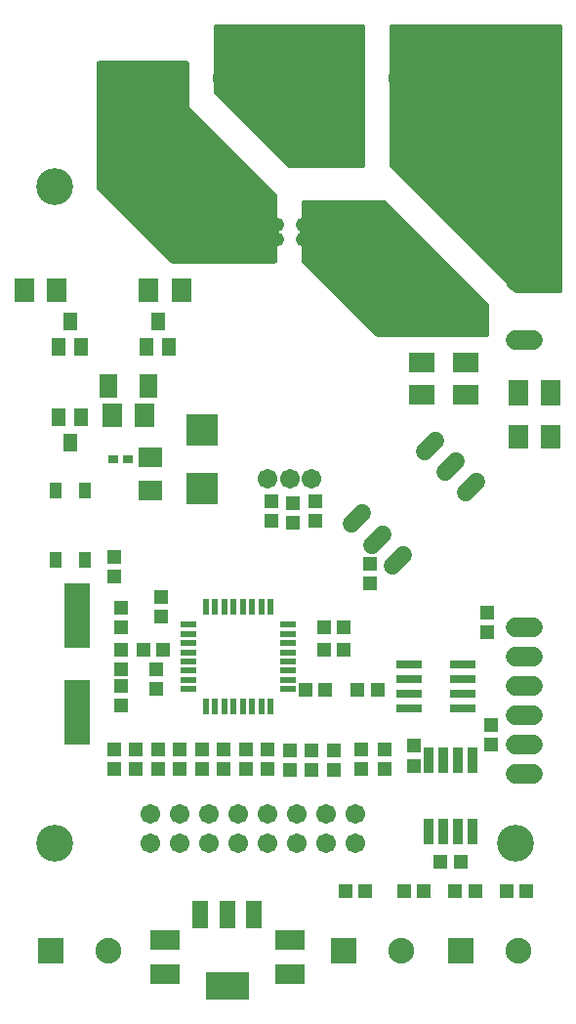
<source format=gbr>
G04 EAGLE Gerber X2 export*
%TF.Part,Single*%
%TF.FileFunction,Soldermask,Top,1*%
%TF.FilePolarity,Negative*%
%TF.GenerationSoftware,Autodesk,EAGLE,9.1.0*%
%TF.CreationDate,2018-08-14T15:45:10Z*%
G75*
%MOMM*%
%FSLAX34Y34*%
%LPD*%
%AMOC8*
5,1,8,0,0,1.08239X$1,22.5*%
G01*
%ADD10C,3.203200*%
%ADD11C,1.211200*%
%ADD12C,4.203200*%
%ADD13C,1.703200*%
%ADD14R,1.303200X1.203200*%
%ADD15R,1.203200X1.303200*%
%ADD16R,2.235200X2.235200*%
%ADD17C,2.235200*%
%ADD18R,1.203200X1.603200*%
%ADD19R,1.803200X2.006200*%
%ADD20R,2.006200X1.803200*%
%ADD21R,1.603200X2.003200*%
%ADD22R,0.903200X0.703200*%
%ADD23R,2.703200X2.753200*%
%ADD24R,1.003200X1.403200*%
%ADD25C,1.727200*%
%ADD26C,1.524000*%
%ADD27R,1.803200X2.003200*%
%ADD28R,2.203200X1.803200*%
%ADD29R,1.803200X2.203200*%
%ADD30R,1.403200X0.603200*%
%ADD31R,0.603200X1.403200*%
%ADD32R,1.422400X2.438400*%
%ADD33R,3.803200X2.403200*%
%ADD34R,2.603200X1.803200*%
%ADD35R,2.203200X5.703200*%
%ADD36R,2.184400X0.762000*%
%ADD37R,0.863600X2.235200*%
%ADD38C,1.711200*%

G36*
X488968Y626621D02*
X488968Y626621D01*
X488986Y626619D01*
X489168Y626640D01*
X489351Y626659D01*
X489368Y626664D01*
X489385Y626666D01*
X489560Y626723D01*
X489736Y626777D01*
X489751Y626785D01*
X489768Y626791D01*
X489928Y626881D01*
X490090Y626969D01*
X490103Y626980D01*
X490119Y626989D01*
X490258Y627109D01*
X490399Y627226D01*
X490410Y627240D01*
X490424Y627252D01*
X490536Y627397D01*
X490651Y627540D01*
X490659Y627556D01*
X490670Y627570D01*
X490752Y627735D01*
X490837Y627897D01*
X490842Y627914D01*
X490850Y627931D01*
X490897Y628109D01*
X490948Y628284D01*
X490950Y628302D01*
X490954Y628319D01*
X490981Y628650D01*
X490981Y857250D01*
X490979Y857268D01*
X490981Y857286D01*
X490960Y857468D01*
X490941Y857651D01*
X490936Y857668D01*
X490934Y857685D01*
X490877Y857860D01*
X490823Y858036D01*
X490815Y858051D01*
X490809Y858068D01*
X490719Y858228D01*
X490631Y858390D01*
X490620Y858403D01*
X490611Y858419D01*
X490491Y858558D01*
X490374Y858699D01*
X490360Y858710D01*
X490348Y858724D01*
X490203Y858836D01*
X490060Y858951D01*
X490044Y858959D01*
X490030Y858970D01*
X489865Y859052D01*
X489703Y859137D01*
X489686Y859142D01*
X489670Y859150D01*
X489491Y859197D01*
X489316Y859248D01*
X489298Y859250D01*
X489281Y859254D01*
X488950Y859281D01*
X342900Y859281D01*
X342882Y859279D01*
X342864Y859281D01*
X342682Y859260D01*
X342499Y859241D01*
X342482Y859236D01*
X342465Y859234D01*
X342290Y859177D01*
X342114Y859123D01*
X342099Y859115D01*
X342082Y859109D01*
X341922Y859019D01*
X341760Y858931D01*
X341747Y858920D01*
X341731Y858911D01*
X341592Y858791D01*
X341451Y858674D01*
X341440Y858660D01*
X341427Y858648D01*
X341314Y858503D01*
X341199Y858360D01*
X341191Y858344D01*
X341180Y858330D01*
X341098Y858165D01*
X341013Y858003D01*
X341008Y857986D01*
X341000Y857970D01*
X340953Y857791D01*
X340902Y857616D01*
X340900Y857598D01*
X340896Y857581D01*
X340869Y857250D01*
X340869Y736600D01*
X340871Y736573D01*
X340869Y736547D01*
X340891Y736373D01*
X340909Y736199D01*
X340917Y736174D01*
X340920Y736147D01*
X340976Y735982D01*
X341027Y735814D01*
X341040Y735791D01*
X341048Y735766D01*
X341135Y735614D01*
X341219Y735460D01*
X341236Y735440D01*
X341249Y735417D01*
X341464Y735164D01*
X449414Y627214D01*
X449434Y627197D01*
X449452Y627177D01*
X449590Y627069D01*
X449725Y626959D01*
X449749Y626946D01*
X449770Y626930D01*
X449927Y626852D01*
X450081Y626770D01*
X450106Y626762D01*
X450131Y626750D01*
X450300Y626705D01*
X450467Y626655D01*
X450493Y626653D01*
X450519Y626646D01*
X450850Y626619D01*
X488950Y626619D01*
X488968Y626621D01*
G37*
G36*
X241318Y652021D02*
X241318Y652021D01*
X241336Y652019D01*
X241518Y652040D01*
X241701Y652059D01*
X241718Y652064D01*
X241735Y652066D01*
X241910Y652123D01*
X242086Y652177D01*
X242101Y652185D01*
X242118Y652191D01*
X242278Y652281D01*
X242440Y652369D01*
X242453Y652380D01*
X242469Y652389D01*
X242608Y652509D01*
X242749Y652626D01*
X242760Y652640D01*
X242774Y652652D01*
X242886Y652797D01*
X243001Y652940D01*
X243009Y652956D01*
X243020Y652970D01*
X243102Y653135D01*
X243187Y653297D01*
X243192Y653314D01*
X243200Y653331D01*
X243247Y653509D01*
X243298Y653684D01*
X243300Y653702D01*
X243304Y653719D01*
X243331Y654050D01*
X243331Y711200D01*
X243329Y711227D01*
X243331Y711253D01*
X243309Y711427D01*
X243291Y711601D01*
X243284Y711626D01*
X243280Y711653D01*
X243225Y711818D01*
X243173Y711986D01*
X243160Y712009D01*
X243152Y712034D01*
X243065Y712186D01*
X242981Y712340D01*
X242964Y712360D01*
X242951Y712383D01*
X242736Y712636D01*
X167131Y788241D01*
X167131Y825500D01*
X167129Y825518D01*
X167131Y825536D01*
X167110Y825718D01*
X167091Y825901D01*
X167086Y825918D01*
X167084Y825935D01*
X167027Y826110D01*
X166973Y826286D01*
X166965Y826301D01*
X166959Y826318D01*
X166869Y826478D01*
X166781Y826640D01*
X166770Y826653D01*
X166761Y826669D01*
X166641Y826808D01*
X166524Y826949D01*
X166510Y826960D01*
X166498Y826974D01*
X166353Y827086D01*
X166210Y827201D01*
X166194Y827209D01*
X166180Y827220D01*
X166015Y827302D01*
X165853Y827387D01*
X165836Y827392D01*
X165820Y827400D01*
X165641Y827447D01*
X165466Y827498D01*
X165448Y827500D01*
X165431Y827504D01*
X165100Y827531D01*
X88900Y827531D01*
X88882Y827529D01*
X88864Y827531D01*
X88682Y827510D01*
X88499Y827491D01*
X88482Y827486D01*
X88465Y827484D01*
X88290Y827427D01*
X88114Y827373D01*
X88099Y827365D01*
X88082Y827359D01*
X87922Y827269D01*
X87760Y827181D01*
X87747Y827170D01*
X87731Y827161D01*
X87592Y827041D01*
X87451Y826924D01*
X87440Y826910D01*
X87427Y826898D01*
X87314Y826753D01*
X87199Y826610D01*
X87191Y826594D01*
X87180Y826580D01*
X87098Y826415D01*
X87013Y826253D01*
X87008Y826236D01*
X87000Y826220D01*
X86953Y826041D01*
X86902Y825866D01*
X86900Y825848D01*
X86896Y825831D01*
X86869Y825500D01*
X86869Y717550D01*
X86871Y717523D01*
X86869Y717497D01*
X86891Y717323D01*
X86909Y717149D01*
X86917Y717124D01*
X86920Y717097D01*
X86976Y716932D01*
X87027Y716764D01*
X87040Y716741D01*
X87048Y716716D01*
X87135Y716564D01*
X87219Y716410D01*
X87236Y716390D01*
X87249Y716367D01*
X87464Y716114D01*
X150964Y652614D01*
X150984Y652597D01*
X151002Y652577D01*
X151140Y652469D01*
X151275Y652359D01*
X151299Y652346D01*
X151320Y652330D01*
X151477Y652252D01*
X151631Y652170D01*
X151656Y652162D01*
X151681Y652150D01*
X151850Y652105D01*
X152017Y652055D01*
X152043Y652053D01*
X152069Y652046D01*
X152400Y652019D01*
X241300Y652019D01*
X241318Y652021D01*
G37*
G36*
X317518Y734571D02*
X317518Y734571D01*
X317536Y734569D01*
X317718Y734590D01*
X317901Y734609D01*
X317918Y734614D01*
X317935Y734616D01*
X318110Y734673D01*
X318286Y734727D01*
X318301Y734735D01*
X318318Y734741D01*
X318478Y734831D01*
X318640Y734919D01*
X318653Y734930D01*
X318669Y734939D01*
X318808Y735059D01*
X318949Y735176D01*
X318960Y735190D01*
X318974Y735202D01*
X319086Y735347D01*
X319201Y735490D01*
X319209Y735506D01*
X319220Y735520D01*
X319302Y735685D01*
X319387Y735847D01*
X319392Y735864D01*
X319400Y735881D01*
X319447Y736059D01*
X319498Y736234D01*
X319500Y736252D01*
X319504Y736269D01*
X319531Y736600D01*
X319531Y857250D01*
X319529Y857268D01*
X319531Y857286D01*
X319510Y857468D01*
X319491Y857651D01*
X319486Y857668D01*
X319484Y857685D01*
X319427Y857860D01*
X319373Y858036D01*
X319365Y858051D01*
X319359Y858068D01*
X319269Y858228D01*
X319181Y858390D01*
X319170Y858403D01*
X319161Y858419D01*
X319041Y858558D01*
X318924Y858699D01*
X318910Y858710D01*
X318898Y858724D01*
X318753Y858836D01*
X318610Y858951D01*
X318594Y858959D01*
X318580Y858970D01*
X318415Y859052D01*
X318253Y859137D01*
X318236Y859142D01*
X318220Y859150D01*
X318041Y859197D01*
X317866Y859248D01*
X317848Y859250D01*
X317831Y859254D01*
X317500Y859281D01*
X190500Y859281D01*
X190482Y859279D01*
X190464Y859281D01*
X190282Y859260D01*
X190099Y859241D01*
X190082Y859236D01*
X190065Y859234D01*
X189890Y859177D01*
X189714Y859123D01*
X189699Y859115D01*
X189682Y859109D01*
X189522Y859019D01*
X189360Y858931D01*
X189347Y858920D01*
X189331Y858911D01*
X189192Y858791D01*
X189051Y858674D01*
X189040Y858660D01*
X189027Y858648D01*
X188914Y858503D01*
X188799Y858360D01*
X188791Y858344D01*
X188780Y858330D01*
X188697Y858164D01*
X188613Y858003D01*
X188608Y857986D01*
X188600Y857970D01*
X188553Y857791D01*
X188502Y857616D01*
X188500Y857598D01*
X188496Y857581D01*
X188469Y857250D01*
X188469Y800100D01*
X188471Y800073D01*
X188469Y800047D01*
X188491Y799873D01*
X188509Y799699D01*
X188517Y799674D01*
X188520Y799647D01*
X188576Y799482D01*
X188627Y799314D01*
X188640Y799291D01*
X188648Y799266D01*
X188735Y799114D01*
X188819Y798960D01*
X188836Y798940D01*
X188849Y798917D01*
X189064Y798664D01*
X252564Y735164D01*
X252584Y735147D01*
X252602Y735127D01*
X252740Y735019D01*
X252875Y734909D01*
X252899Y734896D01*
X252920Y734880D01*
X253077Y734802D01*
X253231Y734720D01*
X253256Y734712D01*
X253281Y734700D01*
X253450Y734655D01*
X253617Y734605D01*
X253643Y734603D01*
X253669Y734596D01*
X254000Y734569D01*
X317500Y734569D01*
X317518Y734571D01*
G37*
G36*
X425468Y588521D02*
X425468Y588521D01*
X425486Y588519D01*
X425668Y588540D01*
X425851Y588559D01*
X425868Y588564D01*
X425885Y588566D01*
X426060Y588623D01*
X426236Y588677D01*
X426251Y588685D01*
X426268Y588691D01*
X426428Y588781D01*
X426590Y588869D01*
X426603Y588880D01*
X426619Y588889D01*
X426758Y589009D01*
X426899Y589126D01*
X426910Y589140D01*
X426924Y589152D01*
X427036Y589297D01*
X427151Y589440D01*
X427159Y589456D01*
X427170Y589470D01*
X427252Y589635D01*
X427337Y589797D01*
X427342Y589814D01*
X427350Y589831D01*
X427397Y590009D01*
X427448Y590184D01*
X427450Y590202D01*
X427454Y590219D01*
X427481Y590550D01*
X427481Y615950D01*
X427479Y615977D01*
X427481Y616003D01*
X427459Y616177D01*
X427441Y616351D01*
X427434Y616376D01*
X427430Y616403D01*
X427375Y616568D01*
X427323Y616736D01*
X427310Y616759D01*
X427302Y616784D01*
X427215Y616936D01*
X427131Y617090D01*
X427114Y617110D01*
X427101Y617133D01*
X426886Y617386D01*
X337986Y706286D01*
X337966Y706303D01*
X337948Y706324D01*
X337810Y706431D01*
X337675Y706541D01*
X337651Y706554D01*
X337630Y706570D01*
X337473Y706648D01*
X337319Y706730D01*
X337294Y706738D01*
X337270Y706750D01*
X337100Y706795D01*
X336933Y706845D01*
X336907Y706847D01*
X336881Y706854D01*
X336550Y706881D01*
X266700Y706881D01*
X266682Y706879D01*
X266664Y706881D01*
X266482Y706860D01*
X266299Y706841D01*
X266282Y706836D01*
X266265Y706834D01*
X266090Y706777D01*
X265914Y706723D01*
X265899Y706715D01*
X265882Y706709D01*
X265722Y706619D01*
X265560Y706531D01*
X265547Y706520D01*
X265531Y706511D01*
X265392Y706391D01*
X265251Y706274D01*
X265240Y706260D01*
X265227Y706248D01*
X265114Y706103D01*
X264999Y705960D01*
X264991Y705944D01*
X264980Y705930D01*
X264898Y705765D01*
X264813Y705603D01*
X264808Y705586D01*
X264800Y705570D01*
X264753Y705391D01*
X264702Y705216D01*
X264700Y705198D01*
X264696Y705181D01*
X264669Y704850D01*
X264669Y654050D01*
X264671Y654023D01*
X264669Y653997D01*
X264691Y653823D01*
X264709Y653649D01*
X264717Y653624D01*
X264720Y653597D01*
X264776Y653432D01*
X264827Y653264D01*
X264840Y653241D01*
X264848Y653216D01*
X264935Y653064D01*
X265019Y652910D01*
X265036Y652890D01*
X265049Y652867D01*
X265264Y652614D01*
X328764Y589114D01*
X328784Y589097D01*
X328802Y589077D01*
X328940Y588969D01*
X329075Y588859D01*
X329099Y588846D01*
X329120Y588830D01*
X329277Y588752D01*
X329431Y588670D01*
X329456Y588662D01*
X329481Y588650D01*
X329650Y588605D01*
X329817Y588555D01*
X329843Y588553D01*
X329869Y588546D01*
X330200Y588519D01*
X425450Y588519D01*
X425468Y588521D01*
G37*
D10*
X50000Y150000D03*
X450000Y150000D03*
X50000Y719000D03*
X450000Y719000D03*
D11*
X165100Y685800D03*
X342900Y685800D03*
D12*
X324000Y679450D02*
X284000Y679450D01*
X224000Y679450D02*
X184000Y679450D01*
D13*
X234900Y465450D03*
X254000Y465450D03*
X273100Y465450D03*
D11*
X342900Y673100D03*
X165100Y673100D03*
X335750Y663200D03*
X324000Y659450D03*
X310750Y659450D03*
X297500Y659450D03*
X284000Y659450D03*
X272250Y663200D03*
X265000Y673200D03*
X265000Y685700D03*
X272250Y695700D03*
X284000Y699450D03*
X297500Y699450D03*
X310750Y699450D03*
X324000Y699450D03*
X335750Y695700D03*
X172250Y663200D03*
X184000Y659450D03*
X197250Y659450D03*
X210750Y659450D03*
X224000Y659450D03*
X235750Y663200D03*
X243000Y673200D03*
X243000Y685700D03*
X235750Y695700D03*
X224000Y699450D03*
X210750Y699450D03*
X197250Y699450D03*
X184000Y699450D03*
X172250Y695700D03*
D14*
X425450Y332250D03*
X425450Y349250D03*
D15*
X257175Y427500D03*
X257175Y444500D03*
X238125Y445625D03*
X238125Y428625D03*
D14*
X144000Y317500D03*
X127000Y317500D03*
X276225Y445625D03*
X276225Y428625D03*
X323850Y375113D03*
X323850Y392113D03*
D16*
X301200Y812500D03*
D17*
X351200Y812500D03*
D16*
X148800Y812500D03*
D17*
X198800Y812500D03*
D18*
X139700Y601550D03*
X149200Y579550D03*
X130200Y579550D03*
X63500Y601550D03*
X73000Y579550D03*
X54000Y579550D03*
D19*
X131830Y628650D03*
X160270Y628650D03*
X52320Y628650D03*
X23880Y628650D03*
X100080Y520700D03*
X128520Y520700D03*
D20*
X133350Y455680D03*
X133350Y484120D03*
D21*
X97300Y546100D03*
X131300Y546100D03*
D22*
X100950Y482600D03*
X113950Y482600D03*
D23*
X177800Y457350D03*
X177800Y507850D03*
D18*
X63500Y497000D03*
X54000Y519000D03*
X73000Y519000D03*
D24*
X76200Y455450D03*
X50800Y455450D03*
X50800Y395450D03*
X76200Y395450D03*
D14*
X101600Y398000D03*
X101600Y381000D03*
D25*
X449580Y636562D02*
X464820Y636562D01*
X414020Y611162D02*
X398780Y611162D01*
X449580Y585762D02*
X464820Y585762D01*
D26*
X317049Y435520D02*
X307709Y426180D01*
X325670Y408220D02*
X335009Y417559D01*
X388891Y471441D02*
X398230Y480780D01*
X380270Y498741D02*
X370930Y489401D01*
X352970Y399599D02*
X343630Y390259D01*
X406851Y453480D02*
X416191Y462820D01*
D27*
X452725Y501650D03*
X480725Y501650D03*
D28*
X368300Y538450D03*
X368300Y566450D03*
X406400Y538450D03*
X406400Y566450D03*
D29*
X480725Y539750D03*
X452725Y539750D03*
D30*
X166550Y307150D03*
X166550Y299150D03*
X166550Y291150D03*
X166550Y283150D03*
X166550Y315150D03*
X166550Y323150D03*
X166550Y331150D03*
X166550Y339150D03*
D31*
X205550Y268150D03*
X197550Y268150D03*
X189550Y268150D03*
X181550Y268150D03*
X213550Y268150D03*
X221550Y268150D03*
X229550Y268150D03*
X237550Y268150D03*
D30*
X252550Y283150D03*
X252550Y291150D03*
X252550Y299150D03*
X252550Y307150D03*
X252550Y315150D03*
X252550Y323150D03*
X252550Y331150D03*
X252550Y339150D03*
D31*
X237550Y354150D03*
X229550Y354150D03*
X221550Y354150D03*
X213550Y354150D03*
X205550Y354150D03*
X197550Y354150D03*
X189550Y354150D03*
X181550Y354150D03*
D32*
X223139Y88138D03*
X200025Y88138D03*
X176911Y88138D03*
D33*
X200025Y26160D03*
D16*
X47200Y56500D03*
D17*
X97200Y56500D03*
D34*
X146050Y65800D03*
X146050Y35800D03*
X254000Y35800D03*
X254000Y65800D03*
D25*
X449580Y209550D02*
X464820Y209550D01*
X464820Y234950D02*
X449580Y234950D01*
X449580Y260350D02*
X464820Y260350D01*
X464820Y285750D02*
X449580Y285750D01*
X449580Y311150D02*
X464820Y311150D01*
X464820Y336550D02*
X449580Y336550D01*
D35*
X69850Y346800D03*
X69850Y262800D03*
D36*
X404622Y266700D03*
X404622Y279400D03*
X404622Y292100D03*
X404622Y304800D03*
X357378Y304800D03*
X357378Y292100D03*
X357378Y279400D03*
X357378Y266700D03*
D15*
X428625Y251950D03*
X428625Y234950D03*
X107950Y353550D03*
X107950Y336550D03*
X107950Y268750D03*
X107950Y285750D03*
D14*
X107950Y300500D03*
X107950Y317500D03*
D15*
X142875Y363075D03*
X142875Y346075D03*
D14*
X285288Y282575D03*
X268288Y282575D03*
D15*
X138113Y283038D03*
X138113Y300038D03*
D14*
X313200Y282575D03*
X330200Y282575D03*
D37*
X412750Y221234D03*
X412750Y159766D03*
X400050Y221234D03*
X387350Y221234D03*
X400050Y159766D03*
X387350Y159766D03*
X374650Y221234D03*
X374650Y159766D03*
D15*
X361950Y233925D03*
X361950Y216925D03*
X301163Y336550D03*
X284163Y336550D03*
X301163Y317500D03*
X284163Y317500D03*
X385200Y133350D03*
X402200Y133350D03*
D16*
X301200Y56500D03*
D17*
X351200Y56500D03*
D14*
X442350Y107950D03*
X459350Y107950D03*
X397900Y107950D03*
X414900Y107950D03*
D16*
X402800Y56500D03*
D17*
X452800Y56500D03*
D14*
X370450Y107950D03*
X353450Y107950D03*
X302650Y107950D03*
X319650Y107950D03*
D38*
X133350Y149225D03*
X133350Y174625D03*
X158750Y149225D03*
X158750Y174625D03*
X184150Y149225D03*
X184150Y174625D03*
X209550Y149225D03*
X209550Y174625D03*
X234950Y149225D03*
X234950Y174625D03*
X260350Y149225D03*
X260350Y174625D03*
X285750Y149225D03*
X285750Y174625D03*
X311150Y149225D03*
X311150Y174625D03*
D14*
X254000Y229725D03*
X254000Y212725D03*
X273050Y229725D03*
X273050Y212725D03*
X292100Y229725D03*
X292100Y212725D03*
X101600Y230750D03*
X101600Y213750D03*
X120650Y230750D03*
X120650Y213750D03*
X139700Y230750D03*
X139700Y213750D03*
X158750Y230750D03*
X158750Y213750D03*
X177800Y230750D03*
X177800Y213750D03*
X196850Y230750D03*
X196850Y213750D03*
X215900Y230750D03*
X215900Y213750D03*
X234950Y230750D03*
X234950Y213750D03*
D15*
X315913Y230750D03*
X315913Y213750D03*
X336550Y230750D03*
X336550Y213750D03*
M02*

</source>
